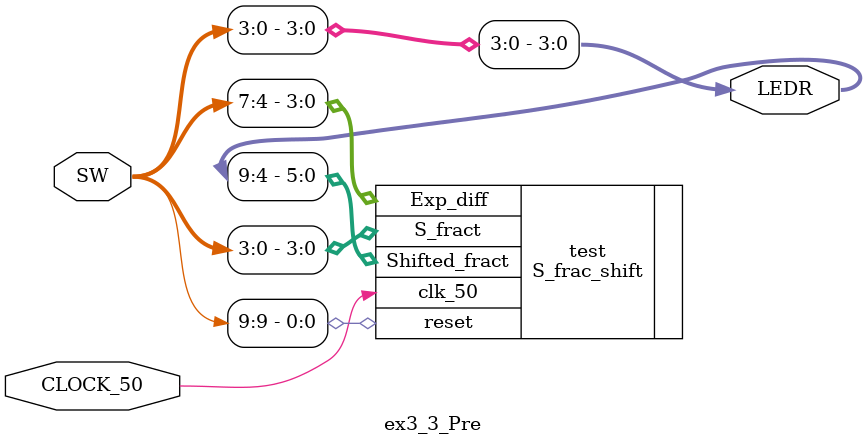
<source format=sv>
module ex3_3_Pre(
		input  logic [9:0] SW,
		input  logic CLOCK_50,
		output logic [9:0] LEDR
);
assign LEDR[3:0] = SW[3:0];
S_frac_shift		test(.S_fract(SW[3:0]), .Exp_diff(SW[7:4]), .clk_50(CLOCK_50),
							  .Shifted_fract(LEDR[9:4]), .reset(SW[9]) );

endmodule 
</source>
